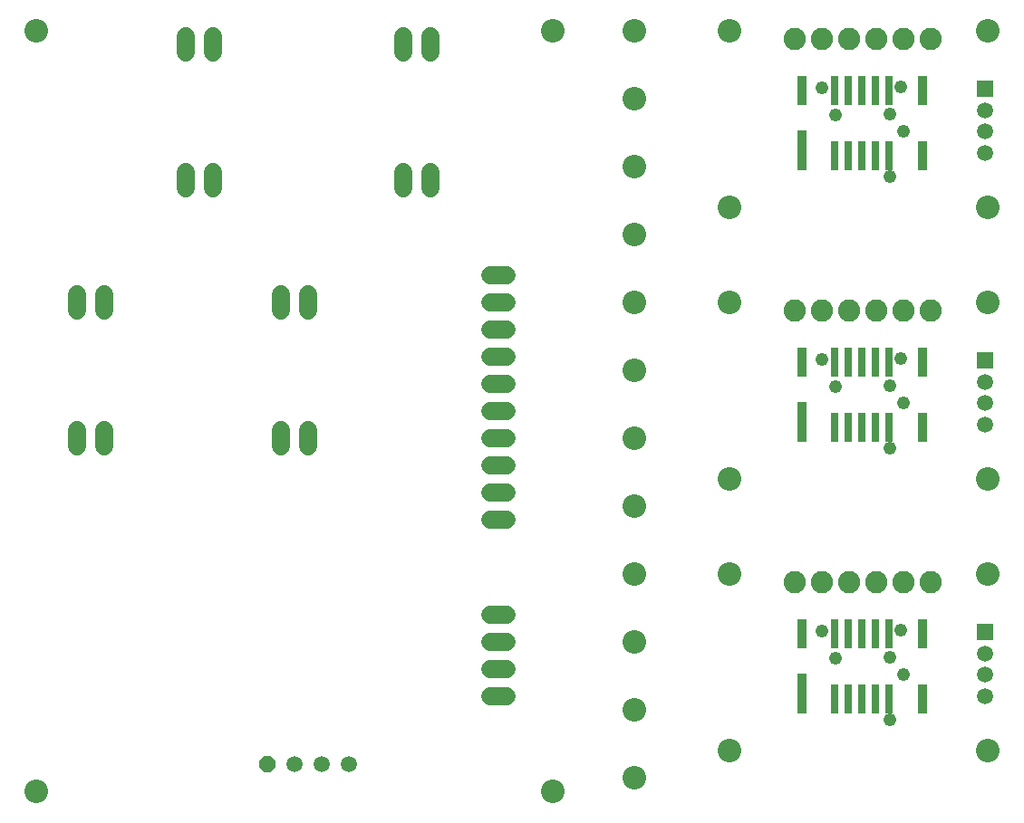
<source format=gts>
G75*
%MOIN*%
%OFA0B0*%
%FSLAX25Y25*%
%IPPOS*%
%LPD*%
%AMOC8*
5,1,8,0,0,1.08239X$1,22.5*
%
%ADD10C,0.08674*%
%ADD11C,0.06800*%
%ADD12OC8,0.05950*%
%ADD13C,0.05950*%
%ADD14R,0.02769X0.11036*%
%ADD15R,0.03556X0.11036*%
%ADD16R,0.03556X0.14973*%
%ADD17C,0.08200*%
%ADD18R,0.05950X0.05950*%
%ADD19C,0.04762*%
D10*
X0016000Y0016000D03*
X0206000Y0016000D03*
X0236000Y0021000D03*
X0236000Y0046000D03*
X0236000Y0071000D03*
X0236000Y0096000D03*
X0236000Y0121000D03*
X0236000Y0146000D03*
X0236000Y0171000D03*
X0236000Y0196000D03*
X0236000Y0221000D03*
X0236000Y0246000D03*
X0236000Y0271000D03*
X0236000Y0296000D03*
X0206000Y0296000D03*
X0271000Y0296000D03*
X0271000Y0231000D03*
X0271000Y0196000D03*
X0271000Y0131000D03*
X0271000Y0096000D03*
X0271000Y0031000D03*
X0366000Y0031000D03*
X0366000Y0096000D03*
X0366000Y0131000D03*
X0366000Y0196000D03*
X0366000Y0231000D03*
X0366000Y0296000D03*
X0016000Y0296000D03*
D11*
X0071000Y0294000D02*
X0071000Y0288000D01*
X0081000Y0288000D02*
X0081000Y0294000D01*
X0081000Y0244000D02*
X0081000Y0238000D01*
X0071000Y0238000D02*
X0071000Y0244000D01*
X0041000Y0199000D02*
X0041000Y0193000D01*
X0031000Y0193000D02*
X0031000Y0199000D01*
X0031000Y0149000D02*
X0031000Y0143000D01*
X0041000Y0143000D02*
X0041000Y0149000D01*
X0106000Y0149000D02*
X0106000Y0143000D01*
X0116000Y0143000D02*
X0116000Y0149000D01*
X0116000Y0193000D02*
X0116000Y0199000D01*
X0106000Y0199000D02*
X0106000Y0193000D01*
X0151000Y0238000D02*
X0151000Y0244000D01*
X0161000Y0244000D02*
X0161000Y0238000D01*
X0183000Y0206000D02*
X0189000Y0206000D01*
X0189000Y0196000D02*
X0183000Y0196000D01*
X0183000Y0186000D02*
X0189000Y0186000D01*
X0189000Y0176000D02*
X0183000Y0176000D01*
X0183000Y0166000D02*
X0189000Y0166000D01*
X0189000Y0156000D02*
X0183000Y0156000D01*
X0183000Y0146000D02*
X0189000Y0146000D01*
X0189000Y0136000D02*
X0183000Y0136000D01*
X0183000Y0126000D02*
X0189000Y0126000D01*
X0189000Y0116000D02*
X0183000Y0116000D01*
X0183000Y0081000D02*
X0189000Y0081000D01*
X0189000Y0071000D02*
X0183000Y0071000D01*
X0183000Y0061000D02*
X0189000Y0061000D01*
X0189000Y0051000D02*
X0183000Y0051000D01*
X0161000Y0288000D02*
X0161000Y0294000D01*
X0151000Y0294000D02*
X0151000Y0288000D01*
D12*
X0101000Y0026000D03*
D13*
X0111000Y0026000D03*
X0121000Y0026000D03*
X0131000Y0026000D03*
X0365000Y0051189D03*
X0365000Y0059063D03*
X0365000Y0066937D03*
X0365000Y0151189D03*
X0365000Y0159063D03*
X0365000Y0166937D03*
X0365000Y0251189D03*
X0365000Y0259063D03*
X0365000Y0266937D03*
D14*
X0329835Y0274256D03*
X0324835Y0274256D03*
X0319835Y0274256D03*
X0314835Y0274256D03*
X0309835Y0274256D03*
X0309835Y0250240D03*
X0314835Y0250240D03*
X0319835Y0250240D03*
X0324835Y0250240D03*
X0329835Y0250240D03*
X0329835Y0174256D03*
X0324835Y0174256D03*
X0319835Y0174256D03*
X0314835Y0174256D03*
X0309835Y0174256D03*
X0309835Y0150240D03*
X0314835Y0150240D03*
X0319835Y0150240D03*
X0324835Y0150240D03*
X0329835Y0150240D03*
X0329835Y0074256D03*
X0324835Y0074256D03*
X0319835Y0074256D03*
X0314835Y0074256D03*
X0309835Y0074256D03*
X0309835Y0050240D03*
X0314835Y0050240D03*
X0319835Y0050240D03*
X0324835Y0050240D03*
X0329835Y0050240D03*
D15*
X0341882Y0050240D03*
X0341882Y0074256D03*
X0297787Y0074256D03*
X0341882Y0150240D03*
X0341882Y0174256D03*
X0297787Y0174256D03*
X0341882Y0250240D03*
X0341882Y0274256D03*
X0297787Y0274256D03*
D16*
X0297787Y0252209D03*
X0297787Y0152209D03*
X0297787Y0052209D03*
D17*
X0295000Y0093000D03*
X0305000Y0093000D03*
X0315000Y0093000D03*
X0325000Y0093000D03*
X0335000Y0093000D03*
X0345000Y0093000D03*
X0345000Y0193000D03*
X0335000Y0193000D03*
X0325000Y0193000D03*
X0315000Y0193000D03*
X0305000Y0193000D03*
X0295000Y0193000D03*
X0295000Y0293000D03*
X0305000Y0293000D03*
X0315000Y0293000D03*
X0325000Y0293000D03*
X0335000Y0293000D03*
X0345000Y0293000D03*
D18*
X0365000Y0274811D03*
X0365000Y0174811D03*
X0365000Y0074811D03*
D19*
X0334000Y0075457D03*
X0330000Y0065500D03*
X0335110Y0059189D03*
X0330000Y0042500D03*
X0310000Y0065000D03*
X0305000Y0075000D03*
X0330000Y0142500D03*
X0335110Y0159189D03*
X0330000Y0165500D03*
X0334000Y0175457D03*
X0310000Y0165000D03*
X0305000Y0175000D03*
X0330000Y0242500D03*
X0335110Y0259189D03*
X0330000Y0265500D03*
X0334000Y0275457D03*
X0310000Y0265000D03*
X0305000Y0275000D03*
M02*

</source>
